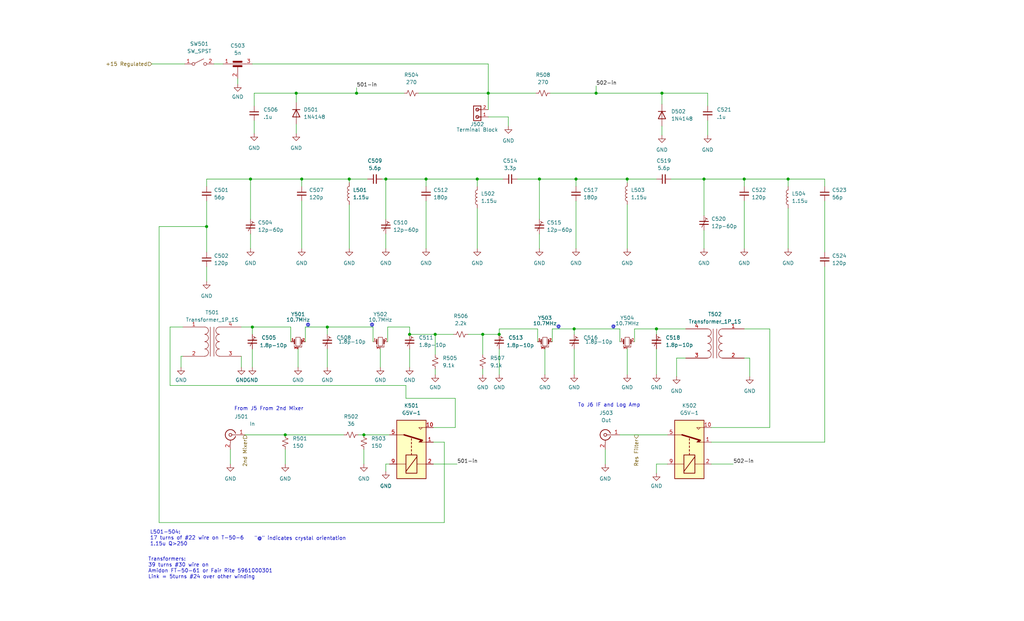
<source format=kicad_sch>
(kicad_sch (version 20230121) (generator eeschema)
  (paper "USLegal")
  (title_block (title "W7ZOI Spectrum Analyzer: Resolution Filters") (date "2022-07-11") (rev "0") (company "Andy McCann KA3KAF and Doug McCann KA3KAG") (comment 2 "Terry White K7TAU") (comment 3 "Wes Hayward W7ZOI") (comment 4 "Original Design By:"))
  (lib_symbols
    (symbol "Connector:Conn_Coaxial" (pin_names (offset 1.016) hide)
      (property "Reference" "J" (at 0.254 3.048 0))
      (property "Value" "Conn_Coaxial" (at 2.921 0 90))
      (symbol "Conn_Coaxial_0_1"
        (arc (start -1.778 -0.508) (mid 0.2311 -1.8066) (end 1.778 0) (stroke (width 0.254)))
        (polyline (pts (xy -2.54 0) (xy -0.508 0)))
        (polyline (pts (xy 0 -2.54) (xy 0 -1.778)))
        (circle (center 0 0) (radius 0.508) (stroke (width 0.2032)))
        (arc (start 1.778 0) (mid 0.2099 1.8101) (end -1.778 0.508) (stroke (width 0.254)))
      )
      (symbol "Conn_Coaxial_1_1"
        (pin passive line (at -5.08 0 0) (length 2.54) (name "In") (number "1"))
        (pin passive line (at 0 -5.08 90) (length 2.54) (name "Ext") (number "2"))
      )
    )
    (symbol "Device:C_Feedthrough" (pin_names (offset 0.254) hide)
      (property "Reference" "C" (at 0 7.62 0))
      (property "Value" "C_Feedthrough" (at 0 5.715 0))
      (symbol "C_Feedthrough_0_1"
        (rectangle (start -1.651 1.524) (end 1.524 2.032) (fill (type outline)))
        (polyline (pts (xy -2.54 2.54) (xy 2.54 2.54)))
        (polyline (pts (xy 0 0) (xy 0 1.778)))
        (rectangle (start 1.524 3.048) (end -1.651 3.556) (fill (type outline)))
      )
      (symbol "C_Feedthrough_1_1"
        (pin passive line (at -5.08 2.54 0) (length 2.54) (name "1") (number "1"))
        (pin passive line (at 0 -2.54 90) (length 2.54) (name "2") (number "2"))
        (pin passive line (at 5.08 2.54 180) (length 2.54) (name "3") (number "3"))
      )
    )
    (symbol "Device:C_Small" (pin_numbers hide) (pin_names (offset 0.254) hide)
      (property "Reference" "C" (at 0.254 1.778 0))
      (property "Value" "C_Small" (at 0.254 -2.032 0))
      (symbol "C_Small_0_1"
        (polyline (pts (xy -1.524 -0.508) (xy 1.524 -0.508)) (stroke (width 0.3302)))
        (polyline (pts (xy -1.524 0.508) (xy 1.524 0.508)) (stroke (width 0.3048)))
      )
      (symbol "C_Small_1_1"
        (pin passive line (at 0 2.54 270) (length 2.032) (name "~") (number "1"))
        (pin passive line (at 0 -2.54 90) (length 2.032) (name "~") (number "2"))
      )
    )
    (symbol "Device:C_Trim_Small" (pin_numbers hide) (pin_names (offset 0.254) hide)
      (property "Reference" "C" (at 1.524 -2.032 0))
      (property "Value" "C_Trim_Small" (at 3.048 -3.556 0))
      (symbol "C_Trim_Small_0_1"
        (polyline (pts (xy -1.524 -0.508) (xy 1.524 -0.508)) (stroke (width 0.3048)))
        (polyline (pts (xy -1.524 0.508) (xy 1.524 0.508)) (stroke (width 0.3048)))
        (polyline (pts (xy 0.762 1.524) (xy -0.762 -1.524)) (stroke (width 0.1778)))
        (polyline (pts (xy 1.27 1.27) (xy 0.381 1.778)) (stroke (width 0.1778)))
      )
      (symbol "C_Trim_Small_1_1"
        (pin passive line (at 0 2.54 270) (length 2.032) (name "~") (number "1"))
        (pin passive line (at 0 -2.54 90) (length 2.032) (name "~") (number "2"))
      )
    )
    (symbol "Device:Crystal_GND3_Small" (pin_names (offset 1.016) hide)
      (property "Reference" "Y" (at 0 5.08 0))
      (property "Value" "Crystal_GND3_Small" (at 0 3.175 0))
      (symbol "Crystal_GND3_Small_0_1"
        (rectangle (start -0.762 -1.524) (end 0.762 1.524))
        (polyline (pts (xy -1.27 -0.762) (xy -1.27 0.762)) (stroke (width 0.381)))
        (polyline (pts (xy 1.27 -0.762) (xy 1.27 0.762)) (stroke (width 0.381)))
        (polyline (pts (xy -1.27 -1.27) (xy -1.27 -1.905) (xy 1.27 -1.905) (xy 1.27 -1.27)))
      )
      (symbol "Crystal_GND3_Small_1_1"
        (pin passive line (at -2.54 0 0) (length 1.27) (name "1") (number "1"))
        (pin passive line (at 2.54 0 180) (length 1.27) (name "2") (number "2"))
        (pin passive line (at 0 -2.54 90) (length 0.635) (name "3") (number "3"))
      )
    )
    (symbol "Device:L" (pin_numbers hide) (pin_names (offset 1.016) hide)
      (property "Reference" "L" (at -1.27 0 90))
      (property "Value" "L" (at 1.905 0 90))
      (symbol "L_0_1"
        (arc (start 0 -2.54) (mid 0.6323 -1.905) (end 0 -1.27))
        (arc (start 0 -1.27) (mid 0.6323 -0.635) (end 0 0))
        (arc (start 0 0) (mid 0.6323 0.635) (end 0 1.27))
        (arc (start 0 1.27) (mid 0.6323 1.905) (end 0 2.54))
      )
      (symbol "L_1_1"
        (pin passive line (at 0 3.81 270) (length 1.27) (name "1") (number "1"))
        (pin passive line (at 0 -3.81 90) (length 1.27) (name "2") (number "2"))
      )
    )
    (symbol "Device:R_Small_US" (pin_numbers hide) (pin_names (offset 0.254) hide)
      (property "Reference" "R" (at 0.762 0.508 0))
      (property "Value" "R_Small_US" (at 0.762 -1.016 0))
      (symbol "R_Small_US_1_1"
        (polyline (pts (xy 0 0) (xy 1.016 -0.381) (xy 0 -0.762) (xy -1.016 -1.143) (xy 0 -1.524)))
        (polyline (pts (xy 0 1.524) (xy 1.016 1.143) (xy 0 0.762) (xy -1.016 0.381) (xy 0 0)))
        (pin passive line (at 0 2.54 270) (length 1.016) (name "~") (number "1"))
        (pin passive line (at 0 -2.54 90) (length 1.016) (name "~") (number "2"))
      )
    )
    (symbol "Device:Transformer_1P_1S" (pin_names (offset 1.016) hide)
      (property "Reference" "T" (at 0 6.35 0))
      (property "Value" "Transformer_1P_1S" (at 0 -7.62 0))
      (symbol "Transformer_1P_1S_0_1"
        (arc (start -2.54 -5.0546) (mid -1.6599 -4.6901) (end -1.27 -3.81))
        (arc (start -2.54 -2.5146) (mid -1.6599 -2.1501) (end -1.27 -1.27))
        (arc (start -2.54 0.0254) (mid -1.6599 0.3899) (end -1.27 1.27))
        (arc (start -2.54 2.5654) (mid -1.6599 2.9299) (end -1.27 3.81))
        (arc (start -1.27 -3.81) (mid -1.642 -2.912) (end -2.54 -2.54))
        (arc (start -1.27 -1.27) (mid -1.642 -0.372) (end -2.54 0))
        (arc (start -1.27 1.27) (mid -1.642 2.168) (end -2.54 2.54))
        (arc (start -1.27 3.81) (mid -1.642 4.708) (end -2.54 5.08))
        (polyline (pts (xy -0.635 5.08) (xy -0.635 -5.08)))
        (polyline (pts (xy 0.635 -5.08) (xy 0.635 5.08)))
        (arc (start 1.2954 -1.27) (mid 1.6599 -2.1501) (end 2.54 -2.5146))
        (arc (start 1.2954 1.27) (mid 1.6599 0.3899) (end 2.54 0.0254))
        (arc (start 1.2954 3.81) (mid 1.6599 2.9299) (end 2.54 2.5654))
        (arc (start 1.3208 -3.81) (mid 1.6853 -4.6901) (end 2.5654 -5.0546))
        (arc (start 2.54 0) (mid 1.642 -0.372) (end 1.2954 -1.27))
        (arc (start 2.54 2.54) (mid 1.642 2.168) (end 1.2954 1.27))
        (arc (start 2.54 5.08) (mid 1.642 4.708) (end 1.2954 3.81))
        (arc (start 2.5654 -2.54) (mid 1.6674 -2.912) (end 1.3208 -3.81))
      )
      (symbol "Transformer_1P_1S_1_1"
        (pin passive line (at -10.16 5.08 0) (length 7.62) (name "AA") (number "1"))
        (pin passive line (at -10.16 -5.08 0) (length 7.62) (name "AB") (number "2"))
        (pin passive line (at 10.16 -5.08 180) (length 7.62) (name "SA") (number "3"))
        (pin passive line (at 10.16 5.08 180) (length 7.62) (name "SB") (number "4"))
      )
    )
    (symbol "Diode:1N4148" (pin_numbers hide) (pin_names (offset 1.016) hide)
      (property "Reference" "D" (at 0 2.54 0))
      (property "Value" "1N4148" (at 0 -2.54 0))
      (symbol "1N4148_0_1"
        (polyline (pts (xy -1.27 1.27) (xy -1.27 -1.27)) (stroke (width 0.254)))
        (polyline (pts (xy 1.27 0) (xy -1.27 0)))
        (polyline (pts (xy 1.27 1.27) (xy 1.27 -1.27) (xy -1.27 0) (xy 1.27 1.27)) (stroke (width 0.254)))
      )
      (symbol "1N4148_1_1"
        (pin passive line (at -3.81 0 0) (length 2.54) (name "K") (number "1"))
        (pin passive line (at 3.81 0 180) (length 2.54) (name "A") (number "2"))
      )
    )
    (symbol "Relay:G5V-1"
      (property "Reference" "K" (at 11.43 3.81 0))
      (property "Value" "G5V-1" (at 11.43 1.27 0))
      (symbol "G5V-1_0_0"
        (polyline (pts (xy 7.62 5.08) (xy 7.62 2.54) (xy 6.985 3.175) (xy 7.62 3.81)))
      )
      (symbol "G5V-1_0_1"
        (rectangle (start -10.16 5.08) (end 10.16 -5.08) (stroke (width 0.254)) (fill (type background)))
        (rectangle (start -8.255 1.905) (end -1.905 -1.905) (stroke (width 0.254)))
        (polyline (pts (xy -7.62 -1.905) (xy -2.54 1.905)) (stroke (width 0.254)))
        (polyline (pts (xy -5.08 -5.08) (xy -5.08 -1.905)))
        (polyline (pts (xy -5.08 5.08) (xy -5.08 1.905)))
        (polyline (pts (xy -1.905 0) (xy -1.27 0)) (stroke (width 0.254)))
        (polyline (pts (xy -0.635 0) (xy 0 0)) (stroke (width 0.254)))
        (polyline (pts (xy 0.635 0) (xy 1.27 0)) (stroke (width 0.254)))
        (polyline (pts (xy 1.905 0) (xy 2.54 0)) (stroke (width 0.254)))
        (polyline (pts (xy 3.175 0) (xy 3.81 0)) (stroke (width 0.254)))
        (polyline (pts (xy 5.08 -2.54) (xy 3.175 3.81)) (stroke (width 0.508)))
        (polyline (pts (xy 5.08 -2.54) (xy 5.08 -5.08)))
        (polyline (pts (xy 2.54 5.08) (xy 2.54 2.54) (xy 3.175 3.175) (xy 2.54 3.81)) (fill (type outline)))
      )
      (symbol "G5V-1_1_1"
        (pin passive line (at 2.54 7.62 270) (length 2.54) (name "~") (number "1"))
        (pin passive line (at 7.62 7.62 270) (length 2.54) (name "~") (number "10"))
        (pin passive line (at -5.08 7.62 270) (length 2.54) (name "~") (number "2"))
        (pin passive line (at 5.08 -7.62 90) (length 2.54) (name "~") (number "5"))
        (pin passive line (at 5.08 -7.62 90) (length 2.54) hide (name "~") (number "6"))
        (pin passive line (at -5.08 -7.62 90) (length 2.54) (name "~") (number "9"))
      )
    )
    (symbol "Switch:SW_SPST" (pin_names (offset 0) hide)
      (property "Reference" "SW" (at 0 3.175 0))
      (property "Value" "SW_SPST" (at 0 -2.54 0))
      (symbol "SW_SPST_0_0"
        (circle (center -2.032 0) (radius 0.508))
        (polyline (pts (xy -1.524 0.254) (xy 1.524 1.778)))
        (circle (center 2.032 0) (radius 0.508))
      )
      (symbol "SW_SPST_1_1"
        (pin passive line (at -5.08 0 0) (length 2.54) (name "A") (number "1"))
        (pin passive line (at 5.08 0 180) (length 2.54) (name "B") (number "2"))
      )
    )
    (symbol "power:GND" (power) (pin_names (offset 0))
      (property "Value" "GND" (at 0 -3.81 0))
      (symbol "GND_0_1"
        (polyline (pts (xy 0 0) (xy 0 -1.27) (xy 1.27 -1.27) (xy 0 -2.54) (xy -1.27 -1.27) (xy 0 -1.27)))
      )
      (symbol "GND_1_1"
        (pin power_in line (at 0 0 270) (length 0) hide (name "GND") (number "1"))
      )
    )
    (symbol "spectrum analyzer:691137710002" (pin_names (offset 1.016) hide)
      (property "Reference" "J" (at -4.8768 -0.9144 0))
      (property "Value" "691137710002" (at -4.826 -2.5908 0))
      (symbol "691137710002_0_0"
        (circle (center -2.54 -1.27) (radius 0.508) (stroke (width 0.254)))
        (circle (center 0 -1.27) (radius 0.508) (stroke (width 0.254)))
        (polyline (pts (xy -3.81 -2.54) (xy -3.81 0)) (stroke (width 0.254)))
        (polyline (pts (xy -3.81 0) (xy 1.27 0)) (stroke (width 0.254)))
        (polyline (pts (xy -2.54 -2.54) (xy -3.81 -2.54)) (stroke (width 0.254)))
        (polyline (pts (xy -2.54 -1.778) (xy -2.54 -2.54)) (stroke (width 0.254)))
        (polyline (pts (xy -2.286 -1.016) (xy -2.794 -1.524)) (stroke (width 0.1524)))
        (polyline (pts (xy 0 -2.54) (xy -2.54 -2.54)) (stroke (width 0.254)))
        (polyline (pts (xy 0 -1.778) (xy 0 -2.54)) (stroke (width 0.254)))
        (polyline (pts (xy 0.254 -1.016) (xy -0.254 -1.524)) (stroke (width 0.1524)))
        (polyline (pts (xy 1.27 -2.54) (xy 0 -2.54)) (stroke (width 0.254)))
        (polyline (pts (xy 1.27 0) (xy 1.27 -2.54)) (stroke (width 0.254)))
        (pin passive line (at -2.54 -5.08 90) (length 2.54) (name "~") (number "1"))
        (pin passive line (at 0 -5.08 90) (length 2.54) (name "~") (number "2"))
      )
    )
  )
  (junction (at 258.445 62.23))
  (junction (at 126.365 151.13))
  (junction (at 102.87 32.385))
  (junction (at 167.64 116.205))
  (junction (at 104.775 62.23))
  (junction (at 121.285 62.23))
  (junction (at 142.24 116.205))
  (junction (at 123.825 32.385))
  (junction (at 200.025 62.23))
  (junction (at 87.63 113.665))
  (junction (at 273.685 62.23))
  (junction (at 86.995 62.23))
  (junction (at 133.985 62.23))
  (junction (at 187.325 62.23))
  (junction (at 151.13 116.205))
  (junction (at 244.475 62.23))
  (junction (at 71.755 78.74))
  (junction (at 99.06 151.13))
  (junction (at 217.805 62.23))
  (junction (at 229.87 32.385))
  (junction (at 169.545 32.385))
  (junction (at 207.01 32.385))
  (junction (at 227.965 114.3))
  (junction (at 199.39 114.3))
  (junction (at 173.355 116.205))
  (junction (at 113.665 113.665))
  (junction (at 165.735 62.23))
  (junction (at 147.955 62.23))
  (wire (pts (xy 88.265 36.83) (xy 88.265 32.385)))
  (wire (pts (xy 229.87 32.385) (xy 245.745 32.385)))
  (wire (pts (xy 167.64 128.27) (xy 167.64 130.175)))
  (wire (pts (xy 244.475 62.23) (xy 258.445 62.23)))
  (wire (pts (xy 286.385 69.85) (xy 286.385 87.63)))
  (wire (pts (xy 187.325 81.28) (xy 187.325 86.36)))
  (wire (pts (xy 87.63 113.665) (xy 87.63 116.205)))
  (wire (pts (xy 231.775 161.29) (xy 227.965 161.29)))
  (wire (pts (xy 134.62 113.665) (xy 142.24 113.665)))
  (wire (pts (xy 103.505 121.285) (xy 103.505 127.635)))
  (wire (pts (xy 199.39 114.3) (xy 191.77 114.3)))
  (wire (pts (xy 86.995 62.23) (xy 104.775 62.23)))
  (wire (pts (xy 59.055 113.665) (xy 59.055 133.985)))
  (wire (pts (xy 123.825 30.48) (xy 123.825 32.385)))
  (wire (pts (xy 151.13 123.19) (xy 151.13 116.205)))
  (wire (pts (xy 77.47 22.225) (xy 74.295 22.225)))
  (wire (pts (xy 121.285 63.5) (xy 121.285 62.23)))
  (wire (pts (xy 142.24 127.635) (xy 142.24 121.285)))
  (wire (pts (xy 169.545 32.385) (xy 186.055 32.385)))
  (wire (pts (xy 135.255 161.29) (xy 133.985 161.29)))
  (wire (pts (xy 133.985 62.23) (xy 147.955 62.23)))
  (wire (pts (xy 191.77 114.3) (xy 191.77 118.745)))
  (wire (pts (xy 247.015 161.29) (xy 254.635 161.29)))
  (wire (pts (xy 140.97 133.985) (xy 140.97 138.43)))
  (wire (pts (xy 147.955 69.85) (xy 147.955 86.36)))
  (wire (pts (xy 135.255 151.13) (xy 126.365 151.13)))
  (wire (pts (xy 102.87 32.385) (xy 123.825 32.385)))
  (wire (pts (xy 273.685 64.77) (xy 273.685 62.23)))
  (wire (pts (xy 179.705 62.23) (xy 187.325 62.23)))
  (wire (pts (xy 133.985 62.23) (xy 133.985 76.2)))
  (wire (pts (xy 121.285 62.23) (xy 127.635 62.23)))
  (wire (pts (xy 229.87 32.385) (xy 229.87 36.195)))
  (wire (pts (xy 200.025 69.85) (xy 200.025 86.36)))
  (wire (pts (xy 86.995 62.23) (xy 86.995 76.2)))
  (wire (pts (xy 227.965 121.285) (xy 227.965 130.175)))
  (wire (pts (xy 55.245 181.61) (xy 55.245 78.74)))
  (wire (pts (xy 86.995 81.28) (xy 86.995 86.36)))
  (wire (pts (xy 169.545 22.225) (xy 87.63 22.225)))
  (wire (pts (xy 132.715 62.23) (xy 133.985 62.23)))
  (wire (pts (xy 82.55 27.305) (xy 82.55 29.21)))
  (wire (pts (xy 173.355 116.205) (xy 167.64 116.205)))
  (wire (pts (xy 258.445 124.46) (xy 260.35 124.46)))
  (wire (pts (xy 150.495 161.29) (xy 158.75 161.29)))
  (wire (pts (xy 173.355 116.205) (xy 173.355 114.3)))
  (wire (pts (xy 227.965 114.3) (xy 227.965 116.205)))
  (wire (pts (xy 165.735 64.77) (xy 165.735 62.23)))
  (wire (pts (xy 154.305 153.67) (xy 154.305 181.61)))
  (wire (pts (xy 176.53 43.815) (xy 176.53 40.64)))
  (wire (pts (xy 62.865 123.825) (xy 62.865 127.635)))
  (wire (pts (xy 191.135 32.385) (xy 207.01 32.385)))
  (wire (pts (xy 199.39 116.205) (xy 199.39 114.3)))
  (wire (pts (xy 71.755 62.23) (xy 86.995 62.23)))
  (wire (pts (xy 71.755 78.74) (xy 71.755 87.63)))
  (wire (pts (xy 199.39 114.3) (xy 215.265 114.3)))
  (wire (pts (xy 142.24 113.665) (xy 142.24 116.205)))
  (wire (pts (xy 234.95 124.46) (xy 234.95 130.81)))
  (wire (pts (xy 104.775 69.85) (xy 104.775 86.36)))
  (wire (pts (xy 129.54 113.665) (xy 113.665 113.665)))
  (wire (pts (xy 200.025 64.77) (xy 200.025 62.23)))
  (wire (pts (xy 119.38 151.13) (xy 99.06 151.13)))
  (wire (pts (xy 151.13 130.175) (xy 151.13 128.27)))
  (wire (pts (xy 140.97 138.43) (xy 158.115 138.43)))
  (wire (pts (xy 150.495 148.59) (xy 158.115 148.59)))
  (wire (pts (xy 245.745 41.91) (xy 245.745 46.99)))
  (wire (pts (xy 227.965 161.29) (xy 227.965 164.465)))
  (wire (pts (xy 106.045 113.665) (xy 106.045 118.745)))
  (wire (pts (xy 52.705 22.225) (xy 64.135 22.225)))
  (wire (pts (xy 102.87 32.385) (xy 102.87 35.56)))
  (wire (pts (xy 158.115 138.43) (xy 158.115 148.59)))
  (wire (pts (xy 123.825 32.385) (xy 140.335 32.385)))
  (wire (pts (xy 129.54 118.745) (xy 129.54 113.665)))
  (wire (pts (xy 63.5 123.825) (xy 62.865 123.825)))
  (wire (pts (xy 273.685 72.39) (xy 273.685 86.36)))
  (wire (pts (xy 151.13 116.205) (xy 142.24 116.205)))
  (wire (pts (xy 217.805 71.12) (xy 217.805 86.36)))
  (wire (pts (xy 231.775 151.13) (xy 215.265 151.13)))
  (wire (pts (xy 176.53 40.64) (xy 169.545 40.64)))
  (wire (pts (xy 134.62 118.745) (xy 134.62 113.665)))
  (wire (pts (xy 87.63 121.285) (xy 87.63 127.635)))
  (wire (pts (xy 100.965 113.665) (xy 100.965 118.745)))
  (wire (pts (xy 167.64 123.19) (xy 167.64 116.205)))
  (wire (pts (xy 169.545 32.385) (xy 169.545 22.225)))
  (wire (pts (xy 145.415 32.385) (xy 169.545 32.385)))
  (wire (pts (xy 220.345 114.3) (xy 220.345 118.745)))
  (wire (pts (xy 258.445 114.3) (xy 267.335 114.3)))
  (wire (pts (xy 286.385 92.71) (xy 286.385 153.67)))
  (wire (pts (xy 59.055 113.665) (xy 63.5 113.665)))
  (wire (pts (xy 83.82 113.665) (xy 87.63 113.665)))
  (wire (pts (xy 55.245 78.74) (xy 71.755 78.74)))
  (wire (pts (xy 104.775 62.23) (xy 121.285 62.23)))
  (wire (pts (xy 59.055 133.985) (xy 140.97 133.985)))
  (wire (pts (xy 88.265 41.91) (xy 88.265 46.355)))
  (wire (pts (xy 217.805 121.285) (xy 217.805 130.175)))
  (wire (pts (xy 258.445 62.23) (xy 273.685 62.23)))
  (wire (pts (xy 85.09 151.13) (xy 99.06 151.13)))
  (wire (pts (xy 247.015 153.67) (xy 286.385 153.67)))
  (wire (pts (xy 121.285 71.12) (xy 121.285 86.36)))
  (wire (pts (xy 99.06 156.21) (xy 99.06 161.29)))
  (wire (pts (xy 55.245 181.61) (xy 154.305 181.61)))
  (wire (pts (xy 126.365 151.13) (xy 124.46 151.13)))
  (wire (pts (xy 126.365 156.21) (xy 126.365 161.29)))
  (wire (pts (xy 273.685 62.23) (xy 286.385 62.23)))
  (wire (pts (xy 267.335 148.59) (xy 247.015 148.59)))
  (wire (pts (xy 189.23 121.285) (xy 189.23 130.175)))
  (wire (pts (xy 217.805 62.23) (xy 227.965 62.23)))
  (wire (pts (xy 187.325 62.23) (xy 200.025 62.23)))
  (wire (pts (xy 238.125 114.3) (xy 227.965 114.3)))
  (wire (pts (xy 238.125 124.46) (xy 234.95 124.46)))
  (wire (pts (xy 133.985 161.29) (xy 133.985 163.83)))
  (wire (pts (xy 71.755 69.85) (xy 71.755 78.74)))
  (wire (pts (xy 258.445 64.77) (xy 258.445 62.23)))
  (wire (pts (xy 200.025 62.23) (xy 217.805 62.23)))
  (wire (pts (xy 133.985 81.28) (xy 133.985 86.36)))
  (wire (pts (xy 165.735 72.39) (xy 165.735 86.36)))
  (wire (pts (xy 162.56 116.205) (xy 167.64 116.205)))
  (wire (pts (xy 113.665 121.285) (xy 113.665 127.635)))
  (wire (pts (xy 210.185 156.21) (xy 210.185 161.29)))
  (wire (pts (xy 260.35 124.46) (xy 260.35 130.81)))
  (wire (pts (xy 113.665 113.665) (xy 106.045 113.665)))
  (wire (pts (xy 215.265 114.3) (xy 215.265 118.745)))
  (wire (pts (xy 113.665 116.205) (xy 113.665 113.665)))
  (wire (pts (xy 80.01 156.21) (xy 80.01 161.29)))
  (wire (pts (xy 83.82 123.825) (xy 83.82 127.635)))
  (wire (pts (xy 87.63 113.665) (xy 100.965 113.665)))
  (wire (pts (xy 233.045 62.23) (xy 244.475 62.23)))
  (wire (pts (xy 258.445 69.85) (xy 258.445 86.36)))
  (wire (pts (xy 187.325 62.23) (xy 187.325 76.2)))
  (wire (pts (xy 104.775 64.77) (xy 104.775 62.23)))
  (wire (pts (xy 102.87 43.18) (xy 102.87 46.355)))
  (wire (pts (xy 150.495 153.67) (xy 154.305 153.67)))
  (wire (pts (xy 245.745 32.385) (xy 245.745 36.83)))
  (wire (pts (xy 71.755 97.79) (xy 71.755 92.71)))
  (wire (pts (xy 267.335 114.3) (xy 267.335 148.59)))
  (wire (pts (xy 229.87 43.815) (xy 229.87 46.99)))
  (wire (pts (xy 157.48 116.205) (xy 151.13 116.205)))
  (wire (pts (xy 207.01 29.845) (xy 207.01 32.385)))
  (wire (pts (xy 173.355 114.3) (xy 186.69 114.3)))
  (wire (pts (xy 71.755 64.77) (xy 71.755 62.23)))
  (wire (pts (xy 147.955 64.77) (xy 147.955 62.23)))
  (wire (pts (xy 227.965 114.3) (xy 220.345 114.3)))
  (wire (pts (xy 169.545 38.1) (xy 169.545 32.385)))
  (wire (pts (xy 88.265 32.385) (xy 102.87 32.385)))
  (wire (pts (xy 173.355 121.285) (xy 173.355 130.175)))
  (wire (pts (xy 147.955 62.23) (xy 165.735 62.23)))
  (wire (pts (xy 244.475 62.23) (xy 244.475 74.93)))
  (wire (pts (xy 244.475 80.01) (xy 244.475 86.36)))
  (wire (pts (xy 286.385 62.23) (xy 286.385 64.77)))
  (wire (pts (xy 132.08 121.285) (xy 132.08 127.635)))
  (wire (pts (xy 199.39 121.285) (xy 199.39 130.175)))
  (wire (pts (xy 186.69 114.3) (xy 186.69 118.745)))
  (wire (pts (xy 207.01 32.385) (xy 229.87 32.385)))
  (wire (pts (xy 217.805 63.5) (xy 217.805 62.23)))
  (wire (pts (xy 165.735 62.23) (xy 174.625 62.23)))
  (text "@" (at 193.04 114.3 0) (effects (font (size 1.27 1.27)) (justify left bottom)))
  (text "L501-504:\n17 turns of #22 wire on T-50-6\n1.15u Q>250" (at 52.07 189.865 0) (effects (font (size 1.27 1.27)) (justify left bottom)))
  (text "Transformers:\n39 turns #30 wire on\nAmidon FT-50-61 or Fair Rite 5961000301\nLink = 5turns #24 over other winding" (at 51.435 201.295 0) (effects (font (size 1.27 1.27)) (justify left bottom)))
  (text "@" (at 128.27 113.665 0) (effects (font (size 1.27 1.27)) (justify left bottom)))
  (text "From J5 From 2nd Mixer" (at 81.28 142.875 0) (effects (font (size 1.27 1.27)) (justify left bottom)))
  (text "\"@\" indicates crystal orientation" (at 88.265 187.96 0) (effects (font (size 1.27 1.27)) (justify left bottom)))
  (text "To J6 IF and Log Amp" (at 200.66 141.605 0) (effects (font (size 1.27 1.27)) (justify left bottom)))
  (text "@" (at 106.045 113.665 0) (effects (font (size 1.27 1.27)) (justify left bottom)))
  (text "@" (at 212.09 114.3 0) (effects (font (size 1.27 1.27)) (justify left bottom)))
  (label "501-in" (at 158.75 161.29 0))
  (label "502-in" (at 254.635 161.29 0))
  (label "501-in" (at 123.825 30.48 0))
  (label "502-in" (at 207.01 29.845 0))
  (hierarchical_label "2nd Mixer" (shape input) (at 85.09 151.13 270))
  (hierarchical_label "Res Filter" (shape output) (at 220.98 151.13 270))
  (hierarchical_label "+15 Regulated" (shape input) (at 52.705 22.225 180))
  (symbol (lib_id "power:GND") (at 273.685 86.36 0) (unit 1)
    (property "Reference" "#PWR0541" (effects hide))
    (property "Value" "GND" (at 273.685 91.44 0))
  )
  (symbol (lib_id "power:GND") (at 103.505 127.635 0) (unit 1)
    (property "Reference" "#PWR0511" (effects hide))
    (property "Value" "GND" (at 103.505 132.08 0))
  )
  (symbol (lib_id "Device:C_Small") (at 71.755 67.31 0) (unit 1)
    (property "Reference" "C501" (at 74.295 66.0462 0) (effects (justify left)))
    (property "Value" "56p" (at 74.295 68.5862 0) (effects (justify left)))
    (property "Footprint" "Capacitor_THT:C_Disc_D5.0mm_W2.5mm_P5.00mm" (effects hide))
    (property "Datasheet" "https://www.vishay.com/docs/45171/kseries.pdf" (effects hide))
  )
  (symbol (lib_id "power:GND") (at 62.865 127.635 0) (unit 1)
    (property "Reference" "#PWR0501" (effects hide))
    (property "Value" "GND" (at 62.865 132.08 0))
  )
  (symbol (lib_id "power:GND") (at 113.665 127.635 0) (unit 1)
    (property "Reference" "#PWR0513" (effects hide))
    (property "Value" "GND" (at 113.665 132.08 0))
  )
  (symbol (lib_id "Device:C_Small") (at 245.745 39.37 0) (unit 1)
    (property "Reference" "C521" (at 248.92 38.1062 0) (effects (justify left)))
    (property "Value" ".1u" (at 248.92 40.6462 0) (effects (justify left)))
    (property "Footprint" "Capacitor_THT:C_Disc_D5.0mm_W2.5mm_P5.00mm" (effects hide))
    (property "Datasheet" "https://www.vishay.com/docs/45171/kseries.pdf" (effects hide))
  )
  (symbol (lib_id "Device:C_Feedthrough") (at 82.55 24.765 0) (unit 1) (on_board no)
    (property "Reference" "C503" (at 82.55 15.875 0))
    (property "Value" "5n" (at 82.55 18.415 0))
    (property "Datasheet" "https://www.murata.com/en-us/products/productdata/8796771614750/ENFF0031.pdf" (effects hide))
  )
  (symbol (lib_id "power:GND") (at 86.995 86.36 0) (unit 1)
    (property "Reference" "#PWR0506" (effects hide))
    (property "Value" "GND" (at 86.995 91.44 0))
  )
  (symbol (lib_id "Device:C_Trim_Small") (at 142.24 118.745 0) (unit 1)
    (property "Reference" "C511" (at 145.415 117.3479 0) (effects (justify left)))
    (property "Value" "1.8p-10p" (at 145.415 119.8879 0) (effects (justify left)))
    (property "Footprint" "resolution-filters:GKG60015" (effects hide))
    (property "Datasheet" "https://media.digikey.com/pdf/Data%20Sheets/EW%20Electronics-Edmar/GKGxx015_016_Series_DS.pdf" (effects hide))
  )
  (symbol (lib_id "Device:L") (at 217.805 67.31 0) (mirror y) (unit 1)
    (property "Reference" "L503" (at 219.075 66.0399 0) (effects (justify right)))
    (property "Value" "1.15u" (at 219.075 68.5799 0) (effects (justify right)))
    (property "Footprint" "Inductor_THT:L_Toroid_Vertical_L13.0mm_W6.5mm_P5.60mm" (effects hide))
  )
  (symbol (lib_id "power:GND") (at 87.63 127.635 0) (unit 1)
    (property "Reference" "#PWR0507" (effects hide))
    (property "Value" "GND" (at 87.63 132.08 0))
  )
  (symbol (lib_id "Device:C_Trim_Small") (at 244.475 77.47 0) (unit 1)
    (property "Reference" "C520" (at 247.015 76.0729 0) (effects (justify left)))
    (property "Value" "12p-60p" (at 247.015 78.6129 0) (effects (justify left)))
    (property "Footprint" "resolution-filters:GKG60015" (effects hide))
    (property "Datasheet" "https://media.digikey.com/pdf/Data%20Sheets/EW%20Electronics-Edmar/GKGxx015_016_Series_DS.pdf" (effects hide))
  )
  (symbol (lib_id "Connector:Conn_Coaxial") (at 80.01 151.13 0) (mirror y) (unit 1)
    (property "Reference" "J501" (at 83.82 144.78 0))
    (property "Value" "In" (at 87.63 147.32 0))
    (property "Footprint" "Connector_Wire:SolderWire-0.5sqmm_1x02_P4.6mm_D0.9mm_OD2.1mm" (effects hide))
    (property "Datasheet" " ~" (effects hide))
    (property "Sim.Enable" "0" (effects hide))
    (property "Sim.Device" "SPICE" (effects hide))
    (property "Sim.Params" "type=\"J\" model=\"Conn_Coaxial\" lib=\"\"" (effects hide))
    (property "Sim.Pins" "1=1 2=2" (effects hide))
  )
  (symbol (lib_id "power:GND") (at 126.365 161.29 0) (unit 1)
    (property "Reference" "#PWR0515" (effects hide))
    (property "Value" "GND" (at 126.365 166.37 0))
  )
  (symbol (lib_id "power:GND") (at 176.53 43.815 0) (unit 1)
    (property "Reference" "#PWR0525" (effects hide))
    (property "Value" "GND" (at 176.53 48.895 0))
  )
  (symbol (lib_id "Device:R_Small_US") (at 167.64 125.73 0) (unit 1)
    (property "Reference" "R507" (at 170.18 124.4599 0) (effects (justify left)))
    (property "Value" "9.1k" (at 170.18 126.9999 0) (effects (justify left)))
    (property "Footprint" "Resistor_THT:R_Axial_DIN0207_L6.3mm_D2.5mm_P7.62mm_Horizontal" (effects hide))
    (property "Datasheet" "https://www.yageo.com/upload/media/product/productsearch/datasheet/lr/YAGEO%20RSF_datasheet_2021v0.pdf" (effects hide))
  )
  (symbol (lib_id "power:GND") (at 133.985 163.83 0) (unit 1)
    (property "Reference" "#PWR0518" (effects hide))
    (property "Value" "GND" (at 133.985 168.91 0))
  )
  (symbol (lib_id "spectrum analyzer:691137710002") (at 164.465 38.1 90) (unit 1)
    (property "Reference" "J502" (at 165.735 43.18 90))
    (property "Value" "Terminal Block" (at 165.735 45.085 90))
    (property "Footprint" "691137710002" (effects hide))
    (property "Datasheet" "https://www.we-online.com/katalog/datasheet/6911031100xx.pdf" (effects hide))
    (property "MOUNT" "THT" (effects hide))
    (property "WORKING-VOLTAGE-UL" "300V(AC)" (effects hide))
    (property "PITCH" "5mm" (effects hide))
    (property "DATASHEET-URL" "https://www.we-online.com/catalog/datasheet/691137710002.pdf" (effects hide))
    (property "VALUE" "691137710002" (effects hide))
    (property "PART-NUMBER" "691137710002" (effects hide))
    (property "TYPE" "Horizontal" (effects hide))
    (property "PINS" "2" (effects hide))
    (property "WIRE" "12 to 30 (AWG) 3.31 to 0.05 (mm²)" (effects hide))
    (property "IR-UL" "16A" (effects hide))
    (property "Sim.Enable" "0" (effects hide))
    (property "IR-VDE" "24A" (effects hide))
    (property "WORKING-VOLTAGE-VDE" "250V(AC)" (effects hide))
    (property "Sim.Device" "SPICE" (effects hide))
    (property "Sim.Params" "type=\"J\" model=\"Terminal Block\" lib=\"\"" (effects hide))
    (property "Sim.Pins" "1=1 2=2" (effects hide))
  )
  (symbol (lib_id "Device:C_Trim_Small") (at 133.985 78.74 0) (unit 1)
    (property "Reference" "C510" (at 136.525 77.3429 0) (effects (justify left)))
    (property "Value" "12p-60p" (at 136.525 79.8829 0) (effects (justify left)))
    (property "Footprint" "resolution-filters:GKG60015" (effects hide))
    (property "Datasheet" "https://media.digikey.com/pdf/Data%20Sheets/EW%20Electronics-Edmar/GKGxx015_016_Series_DS.pdf" (effects hide))
  )
  (symbol (lib_id "Device:C_Small") (at 71.755 90.17 0) (unit 1)
    (property "Reference" "C502" (at 74.295 88.9062 0) (effects (justify left)))
    (property "Value" "120p" (at 74.295 91.4462 0) (effects (justify left)))
    (property "Footprint" "Capacitor_THT:C_Disc_D5.0mm_W2.5mm_P5.00mm" (effects hide))
    (property "Datasheet" "https://www.vishay.com/docs/45171/kseries.pdf" (effects hide))
  )
  (symbol (lib_id "Device:C_Trim_Small") (at 87.63 118.745 0) (unit 1)
    (property "Reference" "C505" (at 90.805 117.3479 0) (effects (justify left)))
    (property "Value" "1.8p-10p" (at 90.17 120.015 0) (effects (justify left)))
    (property "Footprint" "resolution-filters:GKG60015" (effects hide))
    (property "Datasheet" "https://media.digikey.com/pdf/Data%20Sheets/EW%20Electronics-Edmar/GKGxx015_016_Series_DS.pdf" (effects hide))
  )
  (symbol (lib_id "power:GND") (at 173.355 130.175 0) (unit 1)
    (property "Reference" "#PWR0524" (effects hide))
    (property "Value" "GND" (at 173.355 134.62 0))
  )
  (symbol (lib_id "Device:C_Trim_Small") (at 113.665 118.745 0) (unit 1)
    (property "Reference" "C508" (at 116.84 117.3479 0) (effects (justify left)))
    (property "Value" "1.8p-10p" (at 117.475 118.745 0) (effects (justify left)))
    (property "Footprint" "resolution-filters:GKG60015" (effects hide))
    (property "Datasheet" "https://media.digikey.com/pdf/Data%20Sheets/EW%20Electronics-Edmar/GKGxx015_016_Series_DS.pdf" (effects hide))
  )
  (symbol (lib_id "Device:C_Trim_Small") (at 173.355 118.745 0) (unit 1)
    (property "Reference" "C513" (at 176.53 117.3479 0) (effects (justify left)))
    (property "Value" "1.8p-10p" (at 175.895 120.015 0) (effects (justify left)))
    (property "Footprint" "resolution-filters:GKG60015" (effects hide))
    (property "Datasheet" "https://media.digikey.com/pdf/Data%20Sheets/EW%20Electronics-Edmar/GKGxx015_016_Series_DS.pdf" (effects hide))
  )
  (symbol (lib_id "power:GND") (at 245.745 46.99 0) (unit 1)
    (property "Reference" "#PWR0538" (effects hide))
    (property "Value" "GND" (at 245.745 52.07 0))
  )
  (symbol (lib_id "Diode:1N4148") (at 229.87 40.005 270) (unit 1)
    (property "Reference" "D502" (at 233.045 38.7349 90) (effects (justify left)))
    (property "Value" "1N4148" (at 233.045 41.2749 90) (effects (justify left)))
    (property "Footprint" "Diode_THT:D_DO-35_SOD27_P7.62mm_Horizontal" (effects hide))
    (property "Datasheet" "https://assets.nexperia.com/documents/data-sheet/1N4148_1N4448.pdf" (effects hide))
  )
  (symbol (lib_id "power:GND") (at 82.55 29.21 0) (unit 1)
    (property "Reference" "#PWR0504" (effects hide))
    (property "Value" "GND" (at 82.55 33.655 0))
  )
  (symbol (lib_id "power:GND") (at 244.475 86.36 0) (unit 1)
    (property "Reference" "#PWR0537" (effects hide))
    (property "Value" "GND" (at 244.475 91.44 0))
  )
  (symbol (lib_id "power:GND") (at 165.735 86.36 0) (unit 1)
    (property "Reference" "#PWR0522" (effects hide))
    (property "Value" "GND" (at 165.735 91.44 0))
  )
  (symbol (lib_id "Device:C_Small") (at 258.445 67.31 0) (unit 1)
    (property "Reference" "C522" (at 260.985 66.0462 0) (effects (justify left)))
    (property "Value" "120p" (at 260.985 68.5862 0) (effects (justify left)))
    (property "Footprint" "Capacitor_THT:C_Disc_D5.0mm_W2.5mm_P5.00mm" (effects hide))
    (property "Datasheet" "https://www.vishay.com/docs/45171/kseries.pdf" (effects hide))
  )
  (symbol (lib_id "power:GND") (at 102.87 46.355 0) (unit 1)
    (property "Reference" "#PWR0510" (effects hide))
    (property "Value" "GND" (at 102.87 51.435 0))
  )
  (symbol (lib_id "power:GND") (at 234.95 130.81 0) (unit 1)
    (property "Reference" "#PWR0536" (effects hide))
    (property "Value" "GND" (at 234.95 135.89 0))
  )
  (symbol (lib_id "power:GND") (at 217.805 130.175 0) (unit 1)
    (property "Reference" "#PWR0532" (effects hide))
    (property "Value" "GND" (at 217.805 134.62 0))
  )
  (symbol (lib_id "Device:C_Small") (at 286.385 67.31 0) (unit 1)
    (property "Reference" "C523" (at 288.925 66.0462 0) (effects (justify left)))
    (property "Value" "56p" (at 288.925 68.5862 0) (effects (justify left)))
    (property "Footprint" "Capacitor_THT:C_Disc_D5.0mm_W2.5mm_P5.00mm" (effects hide))
    (property "Datasheet" "https://www.vishay.com/docs/45171/kseries.pdf" (effects hide))
  )
  (symbol (lib_id "power:GND") (at 187.325 86.36 0) (unit 1)
    (property "Reference" "#PWR0526" (effects hide))
    (property "Value" "GND" (at 187.325 91.44 0))
  )
  (symbol (lib_id "Device:Crystal_GND3_Small") (at 103.505 118.745 0) (unit 1)
    (property "Reference" "Y501" (at 103.505 109.22 0))
    (property "Value" "10.7MHz" (at 103.505 111.125 0))
    (property "Footprint" "resolution-filters:XTAL_ECS-10.7-7.5B" (effects hide))
    (property "Datasheet" "https://www.digikey.com/en/products/detail/ecs-inc/ECS-10-7-7-5B/110031" (effects hide))
  )
  (symbol (lib_id "power:GND") (at 99.06 161.29 0) (unit 1)
    (property "Reference" "#PWR0509" (effects hide))
    (property "Value" "GND" (at 99.06 166.37 0))
  )
  (symbol (lib_id "Device:R_Small_US") (at 160.02 116.205 90) (unit 1)
    (property "Reference" "R506" (at 160.02 109.855 90))
    (property "Value" "2.2k" (at 160.02 112.395 90))
    (property "Footprint" "Resistor_THT:R_Axial_DIN0207_L6.3mm_D2.5mm_P7.62mm_Horizontal" (effects hide))
    (property "Datasheet" "https://www.yageo.com/upload/media/product/productsearch/datasheet/lr/YAGEO%20RSF_datasheet_2021v0.pdf" (effects hide))
  )
  (symbol (lib_id "power:GND") (at 167.64 130.175 0) (unit 1)
    (property "Reference" "#PWR0523" (effects hide))
    (property "Value" "GND" (at 167.64 134.62 0))
  )
  (symbol (lib_id "power:GND") (at 142.24 127.635 0) (unit 1)
    (property "Reference" "#PWR0519" (effects hide))
    (property "Value" "GND" (at 142.24 132.08 0))
  )
  (symbol (lib_id "power:GND") (at 121.285 86.36 0) (unit 1)
    (property "Reference" "#PWR0514" (effects hide))
    (property "Value" "GND" (at 121.285 91.44 0))
  )
  (symbol (lib_id "Device:L") (at 273.685 68.58 0) (mirror y) (unit 1)
    (property "Reference" "L504" (at 274.955 67.3099 0) (effects (justify right)))
    (property "Value" "1.15u" (at 274.955 69.8499 0) (effects (justify right)))
    (property "Footprint" "Inductor_THT:L_Toroid_Vertical_L13.0mm_W6.5mm_P5.60mm" (effects hide))
  )
  (symbol (lib_id "power:GND") (at 147.955 86.36 0) (unit 1)
    (property "Reference" "#PWR0520" (effects hide))
    (property "Value" "GND" (at 147.955 91.44 0))
  )
  (symbol (lib_id "Device:Crystal_GND3_Small") (at 217.805 118.745 0) (unit 1)
    (property "Reference" "Y504" (at 217.805 110.49 0))
    (property "Value" "10.7MHz" (at 217.805 112.395 0))
    (property "Footprint" "resolution-filters:XTAL_ECS-10.7-7.5B" (effects hide))
    (property "Datasheet" "https://www.digikey.com/en/products/detail/ecs-inc/ECS-10-7-7-5B/110031" (effects hide))
  )
  (symbol (lib_id "Device:C_Small") (at 130.175 62.23 90) (unit 1)
    (property "Reference" "C509" (at 130.1813 55.88 90))
    (property "Value" "5.6p" (at 130.1813 58.42 90))
    (property "Footprint" "Capacitor_THT:C_Disc_D5.0mm_W2.5mm_P5.00mm" (effects hide))
    (property "Datasheet" "https://connect.kemet.com:7667/gateway/IntelliData-ComponentDocumentation/1.0/download/datasheet/C317C569D5G5TA" (effects hide))
  )
  (symbol (lib_id "Device:C_Small") (at 286.385 90.17 0) (unit 1)
    (property "Reference" "C524" (at 288.925 88.9062 0) (effects (justify left)))
    (property "Value" "120p" (at 288.925 91.4462 0) (effects (justify left)))
    (property "Footprint" "Capacitor_THT:C_Disc_D5.0mm_W2.5mm_P5.00mm" (effects hide))
    (property "Datasheet" "https://www.vishay.com/docs/45171/kseries.pdf" (effects hide))
  )
  (symbol (lib_id "power:GND") (at 258.445 86.36 0) (unit 1)
    (property "Reference" "#PWR0539" (effects hide))
    (property "Value" "GND" (at 258.445 91.44 0))
  )
  (symbol (lib_id "Device:R_Small_US") (at 99.06 153.67 0) (unit 1)
    (property "Reference" "R501" (at 101.6 152.3999 0) (effects (justify left)))
    (property "Value" "150" (at 101.6 154.9399 0) (effects (justify left)))
    (property "Footprint" "Resistor_THT:R_Axial_DIN0207_L6.3mm_D2.5mm_P7.62mm_Horizontal" (effects hide))
    (property "Datasheet" "https://www.yageo.com/upload/media/product/productsearch/datasheet/lr/YAGEO%20RSF_datasheet_2021v0.pdf" (effects hide))
  )
  (symbol (lib_id "Connector:Conn_Coaxial") (at 210.185 151.13 0) (mirror y) (unit 1)
    (property "Reference" "J503" (at 210.5024 143.51 0))
    (property "Value" "Out" (at 210.5024 146.05 0))
    (property "Footprint" "Connector_Wire:SolderWire-0.5sqmm_1x02_P4.6mm_D0.9mm_OD2.1mm" (effects hide))
    (property "Datasheet" " ~" (effects hide))
    (property "Sim.Enable" "0" (effects hide))
    (property "Sim.Device" "SPICE" (effects hide))
    (property "Sim.Params" "type=\"J\" model=\"Conn_Coaxial\" lib=\"\"" (effects hide))
    (property "Sim.Pins" "1=1 2=2" (effects hide))
  )
  (symbol (lib_id "Device:C_Trim_Small") (at 199.39 118.745 0) (unit 1)
    (property "Reference" "C516" (at 202.565 117.3479 0) (effects (justify left)))
    (property "Value" "1.8p-10p" (at 203.2 118.745 0) (effects (justify left)))
    (property "Footprint" "resolution-filters:GKG60015" (effects hide))
    (property "Datasheet" "https://media.digikey.com/pdf/Data%20Sheets/EW%20Electronics-Edmar/GKGxx015_016_Series_DS.pdf" (effects hide))
  )
  (symbol (lib_id "Device:L") (at 165.735 68.58 0) (mirror y) (unit 1)
    (property "Reference" "L502" (at 167.005 67.3099 0) (effects (justify right)))
    (property "Value" "1.15u" (at 167.005 69.8499 0) (effects (justify right)))
    (property "Footprint" "Inductor_THT:L_Toroid_Vertical_L13.0mm_W6.5mm_P5.60mm" (effects hide))
  )
  (symbol (lib_id "Device:L") (at 121.285 67.31 0) (mirror y) (unit 1)
    (property "Reference" "L501" (at 122.555 66.0399 0) (effects (justify right)))
    (property "Value" "1.15u" (at 122.555 68.5799 0) (effects (justify right)))
    (property "Footprint" "Inductor_THT:L_Toroid_Vertical_L13.0mm_W6.5mm_P5.60mm" (effects hide))
  )
  (symbol (lib_id "power:GND") (at 104.775 86.36 0) (unit 1)
    (property "Reference" "#PWR0512" (effects hide))
    (property "Value" "GND" (at 104.775 91.44 0))
  )
  (symbol (lib_id "power:GND") (at 200.025 86.36 0) (unit 1)
    (property "Reference" "#PWR0529" (effects hide))
    (property "Value" "GND" (at 200.025 91.44 0))
  )
  (symbol (lib_id "power:GND") (at 227.965 164.465 0) (unit 1)
    (property "Reference" "#PWR0534" (effects hide))
    (property "Value" "GND" (at 227.965 168.91 0))
  )
  (symbol (lib_id "power:GND") (at 210.185 161.29 0) (unit 1)
    (property "Reference" "#PWR0530" (effects hide))
    (property "Value" "GND" (at 210.185 166.37 0))
  )
  (symbol (lib_id "power:GND") (at 229.87 46.99 0) (unit 1)
    (property "Reference" "#PWR0535" (effects hide))
    (property "Value" "GND" (at 229.87 52.07 0))
  )
  (symbol (lib_id "Switch:SW_SPST") (at 69.215 22.225 0) (unit 1) (on_board no)
    (property "Reference" "SW501" (at 69.215 15.24 0))
    (property "Value" "SW_SPST" (at 69.215 17.78 0))
    (property "Datasheet" "https://www.nkkswitches.com/pdf/MtogglesBushing.pdf" (effects hide))
  )
  (symbol (lib_id "Device:C_Small") (at 104.775 67.31 0) (unit 1)
    (property "Reference" "C507" (at 107.315 66.0462 0) (effects (justify left)))
    (property "Value" "120p" (at 107.315 68.5862 0) (effects (justify left)))
    (property "Footprint" "Capacitor_THT:C_Disc_D5.0mm_W2.5mm_P5.00mm" (effects hide))
    (property "Datasheet" "https://www.vishay.com/docs/45171/kseries.pdf" (effects hide))
  )
  (symbol (lib_id "Diode:1N4148") (at 102.87 39.37 270) (unit 1)
    (property "Reference" "D501" (at 105.41 38.0999 90) (effects (justify left)))
    (property "Value" "1N4148" (at 105.41 40.6399 90) (effects (justify left)))
    (property "Footprint" "Diode_THT:D_DO-35_SOD27_P7.62mm_Horizontal" (effects hide))
    (property "Datasheet" "https://assets.nexperia.com/documents/data-sheet/1N4148_1N4448.pdf" (effects hide))
  )
  (symbol (lib_id "power:GND") (at 88.265 46.355 0) (unit 1)
    (property "Reference" "#PWR0508" (effects hide))
    (property "Value" "GND" (at 88.265 51.435 0))
  )
  (symbol (lib_id "power:GND") (at 151.13 130.175 0) (unit 1)
    (property "Reference" "#PWR0521" (effects hide))
    (property "Value" "GND" (at 151.13 134.62 0))
  )
  (symbol (lib_id "Device:C_Trim_Small") (at 227.965 118.745 0) (unit 1)
    (property "Reference" "C518" (at 231.14 117.3479 0) (effects (justify left)))
    (property "Value" "1.8p-10p" (at 231.14 119.8879 0) (effects (justify left)))
    (property "Footprint" "resolution-filters:GKG60015" (effects hide))
    (property "Datasheet" "https://media.digikey.com/pdf/Data%20Sheets/EW%20Electronics-Edmar/GKGxx015_016_Series_DS.pdf" (effects hide))
  )
  (symbol (lib_id "power:GND") (at 80.01 161.29 0) (unit 1)
    (property "Reference" "#PWR0503" (effects hide))
    (property "Value" "GND" (at 80.01 166.37 0))
  )
  (symbol (lib_id "Device:Transformer_1P_1S") (at 73.66 118.745 0) (unit 1)
    (property "Reference" "T501" (at 73.6727 108.585 0))
    (property "Value" "Transformer_1P_1S" (at 73.6727 111.125 0))
    (property "Footprint" "Transformer_THT:Transformer_Toroid_Horizontal_D14.0mm_Amidon-T50" (effects hide))
  )
  (symbol (lib_id "Device:C_Small") (at 147.955 67.31 0) (unit 1)
    (property "Reference" "C512" (at 150.495 66.0462 0) (effects (justify left)))
    (property "Value" "180p" (at 150.495 68.5862 0) (effects (justify left)))
    (property "Footprint" "Capacitor_THT:C_Disc_D5.0mm_W2.5mm_P5.00mm" (effects hide))
    (property "Datasheet" "https://www.vishay.com/docs/45171/kseries.pdf" (effects hide))
  )
  (symbol (lib_id "Device:C_Small") (at 88.265 39.37 0) (unit 1)
    (property "Reference" "C506" (at 91.44 38.1062 0) (effects (justify left)))
    (property "Value" ".1u" (at 91.44 40.6462 0) (effects (justify left)))
    (property "Footprint" "Capacitor_THT:C_Disc_D5.0mm_W2.5mm_P5.00mm" (effects hide))
    (property "Datasheet" "https://www.vishay.com/docs/45171/kseries.pdf" (effects hide))
  )
  (symbol (lib_id "Relay:G5V-1") (at 239.395 156.21 270) (mirror x) (unit 1)
    (property "Reference" "K502" (at 239.395 140.97 90))
    (property "Value" "G5V-1" (at 239.395 143.51 90))
    (property "Footprint" "Relay_THT:Relay_SPDT_Omron_G5V-1" (effects hide))
    (property "Datasheet" "http://omronfs.omron.com/en_US/ecb/products/pdf/en-g5v_1.pdf" (effects hide))
  )
  (symbol (lib_id "Device:C_Small") (at 230.505 62.23 90) (unit 1)
    (property "Reference" "C519" (at 230.5113 55.88 90))
    (property "Value" "5.6p" (at 230.5113 58.42 90))
    (property "Footprint" "Capacitor_THT:C_Disc_D5.0mm_W2.5mm_P5.00mm" (effects hide))
    (property "Datasheet" "https://connect.kemet.com:7667/gateway/IntelliData-ComponentDocumentation/1.0/download/datasheet/C317C569D5G5TA" (effects hide))
  )
  (symbol (lib_id "Device:C_Small") (at 200.025 67.31 0) (unit 1)
    (property "Reference" "C517" (at 202.565 66.0462 0) (effects (justify left)))
    (property "Value" "180p" (at 202.565 68.5862 0) (effects (justify left)))
    (property "Footprint" "Capacitor_THT:C_Disc_D5.0mm_W2.5mm_P5.00mm" (effects hide))
    (property "Datasheet" "https://www.vishay.com/docs/45171/kseries.pdf" (effects hide))
  )
  (symbol (lib_id "Device:R_Small_US") (at 188.595 32.385 90) (unit 1)
    (property "Reference" "R508" (at 188.595 26.035 90))
    (property "Value" "270" (at 188.595 28.575 90))
    (property "Footprint" "Resistor_THT:R_Axial_DIN0207_L6.3mm_D2.5mm_P7.62mm_Horizontal" (effects hide))
    (property "Datasheet" "https://www.yageo.com/upload/media/product/productsearch/datasheet/lr/YAGEO%20RSF_datasheet_2021v0.pdf" (effects hide))
  )
  (symbol (lib_id "Device:Crystal_GND3_Small") (at 189.23 118.745 0) (unit 1)
    (property "Reference" "Y503" (at 189.23 110.49 0))
    (property "Value" "10.7MHz" (at 189.23 112.395 0))
    (property "Footprint" "resolution-filters:XTAL_ECS-10.7-7.5B" (effects hide))
    (property "Datasheet" "https://www.digikey.com/en/products/detail/ecs-inc/ECS-10-7-7-5B/110031" (effects hide))
  )
  (symbol (lib_id "Device:R_Small_US") (at 126.365 153.67 0) (unit 1)
    (property "Reference" "R503" (at 128.905 152.3999 0) (effects (justify left)))
    (property "Value" "150" (at 128.905 154.9399 0) (effects (justify left)))
    (property "Footprint" "Resistor_THT:R_Axial_DIN0207_L6.3mm_D2.5mm_P7.62mm_Horizontal" (effects hide))
    (property "Datasheet" "https://www.yageo.com/upload/media/product/productsearch/datasheet/lr/YAGEO%20RSF_datasheet_2021v0.pdf" (effects hide))
  )
  (symbol (lib_id "Device:Crystal_GND3_Small") (at 132.08 118.745 0) (unit 1)
    (property "Reference" "Y502" (at 132.08 109.22 0))
    (property "Value" "10.7MHz" (at 132.08 111.125 0))
    (property "Footprint" "resolution-filters:XTAL_ECS-10.7-7.5B" (effects hide))
    (property "Datasheet" "https://www.digikey.com/en/products/detail/ecs-inc/ECS-10-7-7-5B/110031" (effects hide))
  )
  (symbol (lib_id "power:GND") (at 227.965 130.175 0) (unit 1)
    (property "Reference" "#PWR0533" (effects hide))
    (property "Value" "GND" (at 227.965 134.62 0))
  )
  (symbol (lib_id "Device:C_Trim_Small") (at 187.325 78.74 0) (unit 1)
    (property "Reference" "C515" (at 189.865 77.3429 0) (effects (justify left)))
    (property "Value" "12p-60p" (at 189.865 79.8829 0) (effects (justify left)))
    (property "Footprint" "resolution-filters:GKG60015" (effects hide))
    (property "Datasheet" "https://media.digikey.com/pdf/Data%20Sheets/EW%20Electronics-Edmar/GKGxx015_016_Series_DS.pdf" (effects hide))
  )
  (symbol (lib_id "Device:Transformer_1P_1S") (at 248.285 119.38 0) (mirror y) (unit 1)
    (property "Reference" "T502" (at 248.2723 109.22 0))
    (property "Value" "Transformer_1P_1S" (at 248.2723 111.76 0))
    (property "Footprint" "Transformer_THT:Transformer_Toroid_Horizontal_D14.0mm_Amidon-T50" (effects hide))
  )
  (symbol (lib_id "power:GND") (at 217.805 86.36 0) (unit 1)
    (property "Reference" "#PWR0531" (effects hide))
    (property "Value" "GND" (at 217.805 91.44 0))
  )
  (symbol (lib_id "Device:R_Small_US") (at 121.92 151.13 90) (unit 1)
    (property "Reference" "R502" (at 121.92 144.78 90))
    (property "Value" "36" (at 121.92 147.32 90))
    (property "Footprint" "Resistor_THT:R_Axial_DIN0207_L6.3mm_D2.5mm_P7.62mm_Horizontal" (effects hide))
    (property "Datasheet" "https://www.yageo.com/upload/media/product/productsearch/datasheet/lr/YAGEO%20RSF_datasheet_2021v0.pdf" (effects hide))
  )
  (symbol (lib_id "Device:C_Trim_Small") (at 86.995 78.74 0) (unit 1)
    (property "Reference" "C504" (at 89.535 77.3429 0) (effects (justify left)))
    (property "Value" "12p-60p" (at 89.535 79.8829 0) (effects (justify left)))
    (property "Footprint" "resolution-filters:GKG60015" (effects hide))
    (property "Datasheet" "https://media.digikey.com/pdf/Data%20Sheets/EW%20Electronics-Edmar/GKGxx015_016_Series_DS.pdf" (effects hide))
  )
  (symbol (lib_id "power:GND") (at 199.39 130.175 0) (unit 1)
    (property "Reference" "#PWR0528" (effects hide))
    (property "Value" "GND" (at 199.39 134.62 0))
  )
  (symbol (lib_id "power:GND") (at 83.82 127.635 0) (unit 1)
    (property "Reference" "#PWR0505" (effects hide))
    (property "Value" "GND" (at 83.82 132.08 0))
  )
  (symbol (lib_id "power:GND") (at 132.08 127.635 0) (unit 1)
    (property "Reference" "#PWR0516" (effects hide))
    (property "Value" "GND" (at 132.08 132.08 0))
  )
  (symbol (lib_id "power:GND") (at 71.755 97.79 0) (unit 1)
    (property "Reference" "#PWR0502" (effects hide))
    (property "Value" "GND" (at 71.755 102.87 0))
  )
  (symbol (lib_id "Device:R_Small_US") (at 142.875 32.385 90) (unit 1)
    (property "Reference" "R504" (at 142.875 26.035 90))
    (property "Value" "270" (at 142.875 28.575 90))
    (property "Footprint" "Resistor_THT:R_Axial_DIN0207_L6.3mm_D2.5mm_P7.62mm_Horizontal" (effects hide))
    (property "Datasheet" "https://www.yageo.com/upload/media/product/productsearch/datasheet/lr/YAGEO%20RSF_datasheet_2021v0.pdf" (effects hide))
  )
  (symbol (lib_id "power:GND") (at 260.35 130.81 0) (unit 1)
    (property "Reference" "#PWR0540" (effects hide))
    (property "Value" "GND" (at 260.35 135.89 0))
  )
  (symbol (lib_id "Device:R_Small_US") (at 151.13 125.73 0) (unit 1)
    (property "Reference" "R505" (at 153.67 124.4599 0) (effects (justify left)))
    (property "Value" "9.1k" (at 153.67 126.9999 0) (effects (justify left)))
    (property "Footprint" "Resistor_THT:R_Axial_DIN0207_L6.3mm_D2.5mm_P7.62mm_Horizontal" (effects hide))
    (property "Datasheet" "https://www.yageo.com/upload/media/product/productsearch/datasheet/lr/YAGEO%20RSF_datasheet_2021v0.pdf" (effects hide))
  )
  (symbol (lib_id "power:GND") (at 189.23 130.175 0) (unit 1)
    (property "Reference" "#PWR0527" (effects hide))
    (property "Value" "GND" (at 189.23 134.62 0))
  )
  (symbol (lib_id "Relay:G5V-1") (at 142.875 156.21 270) (mirror x) (unit 1)
    (property "Reference" "K501" (at 142.875 140.97 90))
    (property "Value" "G5V-1" (at 142.875 143.51 90))
    (property "Footprint" "Relay_THT:Relay_SPDT_Omron_G5V-1" (effects hide))
    (property "Datasheet" "http://omronfs.omron.com/en_US/ecb/products/pdf/en-g5v_1.pdf" (effects hide))
  )
  (symbol (lib_id "Device:C_Small") (at 177.165 62.23 90) (unit 1)
    (property "Reference" "C514" (at 177.1713 55.88 90))
    (property "Value" "3.3p" (at 177.1713 58.42 90))
    (property "Footprint" "Capacitor_THT:C_Disc_D5.0mm_W2.5mm_P5.00mm" (effects hide))
    (property "Datasheet" "https://product.tdk.com/en/system/files?file=dam/doc/product/capacitor/ceramic/lead-mlcc/catalog/leadmlcc_halogenfree_fg_en.pdf" (effects hide))
  )
  (symbol (lib_id "power:GND") (at 133.985 86.36 0) (unit 1)
    (property "Reference" "#PWR0517" (effects hide))
    (property "Value" "GND" (at 133.985 91.44 0))
  )
)
</source>
